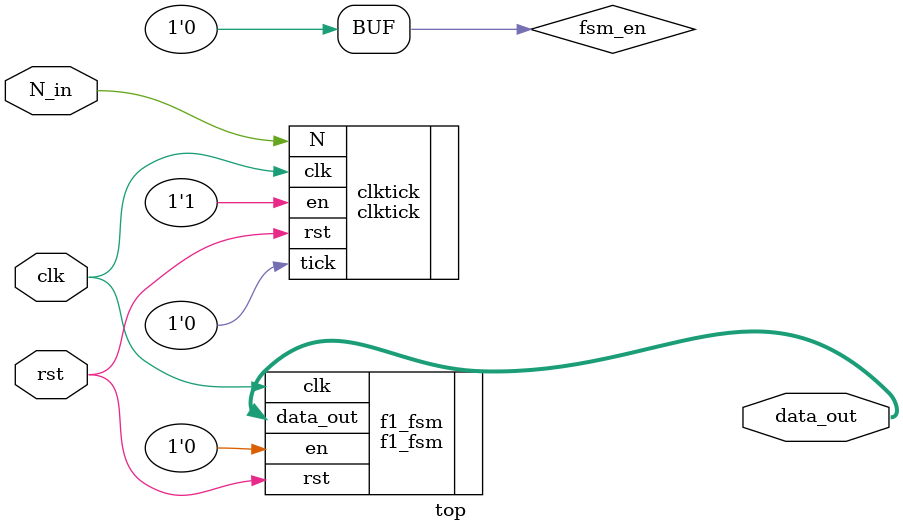
<source format=sv>
module top #(
    parameter N = 26
) (
    input logic         clk,
    input logic         rst,
    input logic         N_in, // for adjustment
    output logic [7:0]  data_out
);
logic fsm_en = 0;

clktick clktick(
        .clk        (clk),
        .rst        (rst),
        .en         (1'b1),
        .N          (N_in),
        .tick       (fsm_en)
);

f1_fsm  f1_fsm(
        .clk        (clk),
        .rst        (rst),
        .en         (fsm_en),
        .data_out   (data_out)
);

endmodule

</source>
